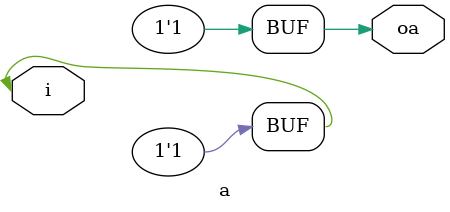
<source format=v>
module a (input i, output oa);
   assign i = 1'b1;
   assign oa = i;
endmodule
</source>
